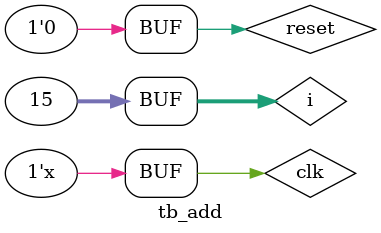
<source format=v>


// Machine code:
// 22a1
// 2849

module tb_add;
    reg clk, reset;
    wire [15:0] writedata, dataaddr, instr, result, aluout, srca, srcb;
    wire[1:0] state;
    wire memwrite, zero, carry;

    multi_cycle main(clk, reset, writedata, dataaddr, memwrite, instr, srca,srcb, result, aluout, state, zero, carry);

    initial
    begin
        reset <= 1;
        #21;
        reset <= 0;
    end
    integer i;
    initial
    begin
        clk <= 0;
        for (i = 0; i < 15; i = i + 1)
        begin
            #5 clk <= ~clk;
        end
    end

    always @ (negedge clk)
        begin
            $display("Instruction: %h", instr);
            $display("State: %h", state);
            $display("Now: srca=%h, srcb=%h, aluout=%h, write_data=%h, result=%h, zero=%h, carry=%h",srca, srcb, aluout, writedata, result, zero, carry);
        end
endmodule
</source>
